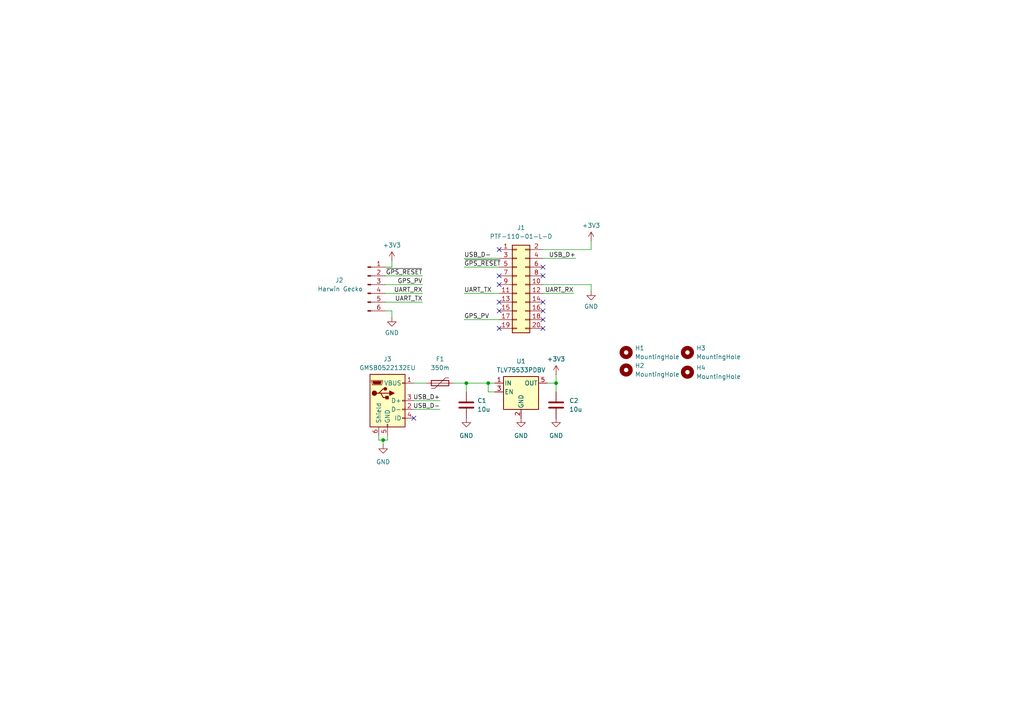
<source format=kicad_sch>
(kicad_sch (version 20231120) (generator "eeschema") (generator_version "8.0")
  (paper "A4")
  (title_block (title "Novatel GNSS Reciever Breakout Board") (date "2025-05-13") (rev "v0") (company "Waterloo Rocketry"))
  (lib_symbols
    (symbol "Connector:Conn_01x06_Pin" (pin_names (offset 1.016) hide)
      (property "Reference" "J" (at 0 7.62 0))
      (property "Value" "Conn_01x06_Pin" (at 0 -10.16 0))
      (symbol "Conn_01x06_Pin_1_1"
        (polyline (pts (xy 1.27 -7.62) (xy 0.8636 -7.62)) (stroke (width 0.1524)))
        (polyline (pts (xy 1.27 -5.08) (xy 0.8636 -5.08)) (stroke (width 0.1524)))
        (polyline (pts (xy 1.27 -2.54) (xy 0.8636 -2.54)) (stroke (width 0.1524)))
        (polyline (pts (xy 1.27 0) (xy 0.8636 0)) (stroke (width 0.1524)))
        (polyline (pts (xy 1.27 2.54) (xy 0.8636 2.54)) (stroke (width 0.1524)))
        (polyline (pts (xy 1.27 5.08) (xy 0.8636 5.08)) (stroke (width 0.1524)))
        (rectangle (start 0.8636 -7.493) (end 0 -7.747) (stroke (width 0.1524)) (fill (type outline)))
        (rectangle (start 0.8636 -4.953) (end 0 -5.207) (stroke (width 0.1524)) (fill (type outline)))
        (rectangle (start 0.8636 -2.413) (end 0 -2.667) (stroke (width 0.1524)) (fill (type outline)))
        (rectangle (start 0.8636 0.127) (end 0 -0.127) (stroke (width 0.1524)) (fill (type outline)))
        (rectangle (start 0.8636 2.667) (end 0 2.413) (stroke (width 0.1524)) (fill (type outline)))
        (rectangle (start 0.8636 5.207) (end 0 4.953) (stroke (width 0.1524)) (fill (type outline)))
        (pin passive line (at 5.08 5.08 180) (length 3.81) (name "Pin_1") (number "1"))
        (pin passive line (at 5.08 2.54 180) (length 3.81) (name "Pin_2") (number "2"))
        (pin passive line (at 5.08 0 180) (length 3.81) (name "Pin_3") (number "3"))
        (pin passive line (at 5.08 -2.54 180) (length 3.81) (name "Pin_4") (number "4"))
        (pin passive line (at 5.08 -5.08 180) (length 3.81) (name "Pin_5") (number "5"))
        (pin passive line (at 5.08 -7.62 180) (length 3.81) (name "Pin_6") (number "6"))
      )
    )
    (symbol "Connector:USB_B_Micro" (pin_names (offset 1.016))
      (property "Reference" "J" (at -5.08 11.43 0))
      (property "Value" "USB_B_Micro" (at -5.08 8.89 0))
      (symbol "USB_B_Micro_0_1"
        (rectangle (start -5.08 -7.62) (end 5.08 7.62) (stroke (width 0.254)) (fill (type background)))
        (circle (center -3.81 2.159) (radius 0.635) (stroke (width 0.254)) (fill (type outline)))
        (circle (center -0.635 3.429) (radius 0.381) (stroke (width 0.254)) (fill (type outline)))
        (rectangle (start -0.127 -7.62) (end 0.127 -6.858))
        (polyline (pts (xy -1.905 2.159) (xy 0.635 2.159)) (stroke (width 0.254)))
        (polyline (pts (xy -3.175 2.159) (xy -2.54 2.159) (xy -1.27 3.429) (xy -0.635 3.429)) (stroke (width 0.254)))
        (polyline (pts (xy -2.54 2.159) (xy -1.905 2.159) (xy -1.27 0.889) (xy 0 0.889)) (stroke (width 0.254)))
        (polyline (pts (xy 0.635 2.794) (xy 0.635 1.524) (xy 1.905 2.159) (xy 0.635 2.794)) (stroke (width 0.254)) (fill (type outline)))
        (polyline (pts (xy -4.318 5.588) (xy -1.778 5.588) (xy -2.032 4.826) (xy -4.064 4.826) (xy -4.318 5.588)) (fill (type outline)))
        (polyline (pts (xy -4.699 5.842) (xy -4.699 5.588) (xy -4.445 4.826) (xy -4.445 4.572) (xy -1.651 4.572) (xy -1.651 4.826) (xy -1.397 5.588) (xy -1.397 5.842) (xy -4.699 5.842)))
        (rectangle (start 0.254 1.27) (end -0.508 0.508) (stroke (width 0.254)) (fill (type outline)))
        (rectangle (start 5.08 -5.207) (end 4.318 -4.953))
        (rectangle (start 5.08 -2.667) (end 4.318 -2.413))
        (rectangle (start 5.08 -0.127) (end 4.318 0.127))
        (rectangle (start 5.08 4.953) (end 4.318 5.207))
      )
      (symbol "USB_B_Micro_1_1"
        (pin power_out line (at 7.62 5.08 180) (length 2.54) (name "VBUS") (number "1"))
        (pin bidirectional line (at 7.62 -2.54 180) (length 2.54) (name "D-") (number "2"))
        (pin bidirectional line (at 7.62 0 180) (length 2.54) (name "D+") (number "3"))
        (pin passive line (at 7.62 -5.08 180) (length 2.54) (name "ID") (number "4"))
        (pin power_out line (at 0 -10.16 90) (length 2.54) (name "GND") (number "5"))
        (pin passive line (at -2.54 -10.16 90) (length 2.54) (name "Shield") (number "6"))
      )
    )
    (symbol "Connector_Generic:Conn_02x10_Odd_Even" (pin_names (offset 1.016) hide)
      (property "Reference" "J" (at 1.27 12.7 0))
      (property "Value" "Conn_02x10_Odd_Even" (at 1.27 -15.24 0))
      (symbol "Conn_02x10_Odd_Even_1_1"
        (rectangle (start -1.27 -12.573) (end 0 -12.827) (stroke (width 0.1524)))
        (rectangle (start -1.27 -10.033) (end 0 -10.287) (stroke (width 0.1524)))
        (rectangle (start -1.27 -7.493) (end 0 -7.747) (stroke (width 0.1524)))
        (rectangle (start -1.27 -4.953) (end 0 -5.207) (stroke (width 0.1524)))
        (rectangle (start -1.27 -2.413) (end 0 -2.667) (stroke (width 0.1524)))
        (rectangle (start -1.27 0.127) (end 0 -0.127) (stroke (width 0.1524)))
        (rectangle (start -1.27 2.667) (end 0 2.413) (stroke (width 0.1524)))
        (rectangle (start -1.27 5.207) (end 0 4.953) (stroke (width 0.1524)))
        (rectangle (start -1.27 7.747) (end 0 7.493) (stroke (width 0.1524)))
        (rectangle (start -1.27 10.287) (end 0 10.033) (stroke (width 0.1524)))
        (rectangle (start -1.27 11.43) (end 3.81 -13.97) (stroke (width 0.254)) (fill (type background)))
        (rectangle (start 3.81 -12.573) (end 2.54 -12.827) (stroke (width 0.1524)))
        (rectangle (start 3.81 -10.033) (end 2.54 -10.287) (stroke (width 0.1524)))
        (rectangle (start 3.81 -7.493) (end 2.54 -7.747) (stroke (width 0.1524)))
        (rectangle (start 3.81 -4.953) (end 2.54 -5.207) (stroke (width 0.1524)))
        (rectangle (start 3.81 -2.413) (end 2.54 -2.667) (stroke (width 0.1524)))
        (rectangle (start 3.81 0.127) (end 2.54 -0.127) (stroke (width 0.1524)))
        (rectangle (start 3.81 2.667) (end 2.54 2.413) (stroke (width 0.1524)))
        (rectangle (start 3.81 5.207) (end 2.54 4.953) (stroke (width 0.1524)))
        (rectangle (start 3.81 7.747) (end 2.54 7.493) (stroke (width 0.1524)))
        (rectangle (start 3.81 10.287) (end 2.54 10.033) (stroke (width 0.1524)))
        (pin passive line (at -5.08 10.16 0) (length 3.81) (name "Pin_1") (number "1"))
        (pin passive line (at 7.62 0 180) (length 3.81) (name "Pin_10") (number "10"))
        (pin passive line (at -5.08 -2.54 0) (length 3.81) (name "Pin_11") (number "11"))
        (pin passive line (at 7.62 -2.54 180) (length 3.81) (name "Pin_12") (number "12"))
        (pin passive line (at -5.08 -5.08 0) (length 3.81) (name "Pin_13") (number "13"))
        (pin passive line (at 7.62 -5.08 180) (length 3.81) (name "Pin_14") (number "14"))
        (pin passive line (at -5.08 -7.62 0) (length 3.81) (name "Pin_15") (number "15"))
        (pin passive line (at 7.62 -7.62 180) (length 3.81) (name "Pin_16") (number "16"))
        (pin passive line (at -5.08 -10.16 0) (length 3.81) (name "Pin_17") (number "17"))
        (pin passive line (at 7.62 -10.16 180) (length 3.81) (name "Pin_18") (number "18"))
        (pin passive line (at -5.08 -12.7 0) (length 3.81) (name "Pin_19") (number "19"))
        (pin passive line (at 7.62 10.16 180) (length 3.81) (name "Pin_2") (number "2"))
        (pin passive line (at 7.62 -12.7 180) (length 3.81) (name "Pin_20") (number "20"))
        (pin passive line (at -5.08 7.62 0) (length 3.81) (name "Pin_3") (number "3"))
        (pin passive line (at 7.62 7.62 180) (length 3.81) (name "Pin_4") (number "4"))
        (pin passive line (at -5.08 5.08 0) (length 3.81) (name "Pin_5") (number "5"))
        (pin passive line (at 7.62 5.08 180) (length 3.81) (name "Pin_6") (number "6"))
        (pin passive line (at -5.08 2.54 0) (length 3.81) (name "Pin_7") (number "7"))
        (pin passive line (at 7.62 2.54 180) (length 3.81) (name "Pin_8") (number "8"))
        (pin passive line (at -5.08 0 0) (length 3.81) (name "Pin_9") (number "9"))
      )
    )
    (symbol "Device:C" (pin_numbers hide) (pin_names (offset 0.254))
      (property "Reference" "C" (at 0.635 2.54 0))
      (property "Value" "C" (at 0.635 -2.54 0))
      (symbol "C_0_1"
        (polyline (pts (xy -2.032 -0.762) (xy 2.032 -0.762)) (stroke (width 0.508)))
        (polyline (pts (xy -2.032 0.762) (xy 2.032 0.762)) (stroke (width 0.508)))
      )
      (symbol "C_1_1"
        (pin passive line (at 0 3.81 270) (length 2.794) (name "~") (number "1"))
        (pin passive line (at 0 -3.81 90) (length 2.794) (name "~") (number "2"))
      )
    )
    (symbol "Device:Polyfuse" (pin_numbers hide) (pin_names (offset 0))
      (property "Reference" "F" (at -2.54 0 90))
      (property "Value" "Polyfuse" (at 2.54 0 90))
      (symbol "Polyfuse_0_1"
        (rectangle (start -0.762 2.54) (end 0.762 -2.54) (stroke (width 0.254)))
        (polyline (pts (xy 0 2.54) (xy 0 -2.54)))
        (polyline (pts (xy -1.524 2.54) (xy -1.524 1.524) (xy 1.524 -1.524) (xy 1.524 -2.54)))
      )
      (symbol "Polyfuse_1_1"
        (pin passive line (at 0 3.81 270) (length 1.27) (name "~") (number "1"))
        (pin passive line (at 0 -3.81 90) (length 1.27) (name "~") (number "2"))
      )
    )
    (symbol "Mechanical:MountingHole" (pin_names (offset 1.016)) (exclude_from_sim yes) (in_bom no)
      (property "Reference" "H" (at 0 5.08 0))
      (property "Value" "MountingHole" (at 0 3.175 0))
      (symbol "MountingHole_0_1"
        (circle (center 0 0) (radius 1.27) (stroke (width 1.27)))
      )
    )
    (symbol "Regulator_Linear:TLV75533PDBV" (pin_names (offset 0.254))
      (property "Reference" "U" (at -3.81 5.715 0))
      (property "Value" "TLV75533PDBV" (at 0 5.715 0))
      (symbol "TLV75533PDBV_0_1"
        (rectangle (start -5.08 4.445) (end 5.08 -5.08) (stroke (width 0.254)) (fill (type background)))
      )
      (symbol "TLV75533PDBV_1_1"
        (pin power_in line (at -7.62 2.54 0) (length 2.54) (name "IN") (number "1"))
        (pin power_in line (at 0 -7.62 90) (length 2.54) (name "GND") (number "2"))
        (pin input line (at -7.62 0 0) (length 2.54) (name "EN") (number "3"))
        (pin no_connect line (at 5.08 0 180) (length 2.54) hide (name "NC") (number "4"))
        (pin power_out line (at 7.62 2.54 180) (length 2.54) (name "OUT") (number "5"))
      )
    )
    (symbol "power:+3V3" (power) (pin_numbers hide) (pin_names (offset 0) hide)
      (property "Value" "+3V3" (at 0 3.556 0))
      (symbol "+3V3_0_1"
        (polyline (pts (xy -0.762 1.27) (xy 0 2.54)))
        (polyline (pts (xy 0 0) (xy 0 2.54)))
        (polyline (pts (xy 0 2.54) (xy 0.762 1.27)))
      )
      (symbol "+3V3_1_1"
        (pin power_in line (at 0 0 90) (length 0) (name "~") (number "1"))
      )
    )
    (symbol "power:GND" (power) (pin_numbers hide) (pin_names (offset 0) hide)
      (property "Value" "GND" (at 0 -3.81 0))
      (symbol "GND_0_1"
        (polyline (pts (xy 0 0) (xy 0 -1.27) (xy 1.27 -1.27) (xy 0 -2.54) (xy -1.27 -1.27) (xy 0 -1.27)))
      )
      (symbol "GND_1_1"
        (pin power_in line (at 0 0 270) (length 0) (name "~") (number "1"))
      )
    )
  )
  (junction (at 161.29 111.125))
  (junction (at 135.255 111.125))
  (junction (at 141.605 111.125))
  (junction (at 111.125 127.635))
  (no_connect (at 157.48 90.17))
  (no_connect (at 144.78 80.01))
  (no_connect (at 157.48 87.63))
  (no_connect (at 120.015 121.285))
  (no_connect (at 157.48 92.71))
  (no_connect (at 144.78 82.55))
  (no_connect (at 157.48 80.01))
  (no_connect (at 144.78 87.63))
  (no_connect (at 144.78 95.25))
  (no_connect (at 157.48 95.25))
  (no_connect (at 144.78 72.39))
  (no_connect (at 144.78 90.17))
  (no_connect (at 157.48 77.47))
  (wire (pts (xy 161.29 111.125) (xy 158.75 111.125)))
  (wire (pts (xy 122.555 80.01) (xy 111.76 80.01)))
  (wire (pts (xy 134.62 77.47) (xy 144.78 77.47)))
  (wire (pts (xy 122.555 82.55) (xy 111.76 82.55)))
  (wire (pts (xy 135.255 111.125) (xy 135.255 113.665)))
  (wire (pts (xy 134.62 92.71) (xy 144.78 92.71)))
  (wire (pts (xy 113.665 90.17) (xy 113.665 92.075)))
  (wire (pts (xy 135.255 111.125) (xy 141.605 111.125)))
  (wire (pts (xy 157.48 82.55) (xy 171.45 82.55)))
  (wire (pts (xy 143.51 113.665) (xy 141.605 113.665)))
  (wire (pts (xy 157.48 74.93) (xy 167.005 74.93)))
  (wire (pts (xy 112.395 127.635) (xy 111.125 127.635)))
  (wire (pts (xy 109.855 127.635) (xy 111.125 127.635)))
  (wire (pts (xy 120.015 118.745) (xy 127.635 118.745)))
  (wire (pts (xy 141.605 111.125) (xy 143.51 111.125)))
  (wire (pts (xy 111.125 127.635) (xy 111.125 128.905)))
  (wire (pts (xy 113.665 75.565) (xy 113.665 77.47)))
  (wire (pts (xy 161.29 108.585) (xy 161.29 111.125)))
  (wire (pts (xy 120.015 116.205) (xy 127.635 116.205)))
  (wire (pts (xy 134.62 85.09) (xy 144.78 85.09)))
  (wire (pts (xy 112.395 126.365) (xy 112.395 127.635)))
  (wire (pts (xy 134.62 74.93) (xy 144.78 74.93)))
  (wire (pts (xy 120.015 111.125) (xy 123.825 111.125)))
  (wire (pts (xy 171.45 72.39) (xy 157.48 72.39)))
  (wire (pts (xy 113.665 77.47) (xy 111.76 77.47)))
  (wire (pts (xy 171.45 82.55) (xy 171.45 84.455)))
  (wire (pts (xy 171.45 69.85) (xy 171.45 72.39)))
  (wire (pts (xy 157.48 85.09) (xy 166.37 85.09)))
  (wire (pts (xy 122.555 85.09) (xy 111.76 85.09)))
  (wire (pts (xy 122.555 87.63) (xy 111.76 87.63)))
  (wire (pts (xy 131.445 111.125) (xy 135.255 111.125)))
  (wire (pts (xy 161.29 111.125) (xy 161.29 113.665)))
  (wire (pts (xy 111.76 90.17) (xy 113.665 90.17)))
  (wire (pts (xy 109.855 126.365) (xy 109.855 127.635)))
  (wire (pts (xy 141.605 113.665) (xy 141.605 111.125)))
  (label "UART_TX" (at 134.62 85.09 0))
  (label "USB_D-" (at 134.62 74.93 0))
  (label "UART_TX" (at 122.555 87.63 180))
  (label "~{GPS_RESET}" (at 122.555 80.01 180))
  (label "GPS_PV" (at 134.62 92.71 0))
  (label "UART_RX" (at 122.555 85.09 180))
  (label "GPS_PV" (at 122.555 82.55 180))
  (label "USB_D+" (at 167.005 74.93 180))
  (label "~{GPS_RESET}" (at 134.62 77.47 0))
  (label "USB_D+" (at 127.635 116.205 180))
  (label "UART_RX" (at 166.37 85.09 180))
  (label "USB_D-" (at 127.635 118.745 180))
  (symbol (lib_id "power:GND") (at 135.255 121.285 0) (unit 1)
    (property "Reference" "#PWR8" (effects (hide yes)))
    (property "Value" "GND" (at 135.255 126.365 0))
    (property "Description" "Power symbol creates a global label with name \"GND\" , ground" (effects (hide yes)))
  )
  (symbol (lib_id "power:+3V3") (at 161.29 108.585 0) (unit 1)
    (property "Reference" "#PWR5" (effects (hide yes)))
    (property "Value" "+3V3" (at 161.29 104.14 0))
    (property "Description" "Power symbol creates a global label with name \"+3V3\"" (effects (hide yes)))
  )
  (symbol (lib_id "Device:C") (at 161.29 117.475 0) (unit 1)
    (property "Reference" "C2" (at 165.1 116.2049 0) (effects (justify left)))
    (property "Value" "10u" (at 165.1 118.7449 0) (effects (justify left)))
    (property "Footprint" "Capacitor_SMD:C_0805_2012Metric_Pad1.18x1.45mm_HandSolder" (effects (hide yes)))
    (property "Description" "Unpolarized capacitor" (effects (hide yes)))
  )
  (symbol (lib_id "power:GND") (at 111.125 128.905 0) (unit 1)
    (property "Reference" "#PWR6" (effects (hide yes)))
    (property "Value" "GND" (at 111.125 133.985 0))
    (property "Description" "Power symbol creates a global label with name \"GND\" , ground" (effects (hide yes)))
  )
  (symbol (lib_id "Mechanical:MountingHole") (at 181.61 107.315 0) (unit 1) (exclude_from_sim yes) (in_bom no)
    (property "Reference" "H2" (at 184.15 106.0449 0) (effects (justify left)))
    (property "Value" "MountingHole" (at 184.15 108.5849 0) (effects (justify left)))
    (property "Footprint" "novatel_breakout:4-40" (effects (hide yes)))
    (property "Description" "Mounting Hole without connection" (effects (hide yes)))
  )
  (symbol (lib_id "Mechanical:MountingHole") (at 181.61 102.235 0) (unit 1) (exclude_from_sim yes) (in_bom no)
    (property "Reference" "H1" (at 184.15 100.9649 0) (effects (justify left)))
    (property "Value" "MountingHole" (at 184.15 103.5049 0) (effects (justify left)))
    (property "Footprint" "novatel_breakout:4-40" (effects (hide yes)))
    (property "Description" "Mounting Hole without connection" (effects (hide yes)))
  )
  (symbol (lib_id "power:+3V3") (at 113.665 75.565 0) (unit 1)
    (property "Reference" "#PWR1" (effects (hide yes)))
    (property "Value" "+3V3" (at 113.665 71.12 0))
    (property "Description" "Power symbol creates a global label with name \"+3V3\"" (effects (hide yes)))
  )
  (symbol (lib_id "Connector:Conn_01x06_Pin") (at 106.68 82.55 0) (unit 1)
    (property "Reference" "J2" (at 98.425 81.28 0))
    (property "Value" "Harwin Gecko" (at 98.679 83.82 0))
    (property "Footprint" "canhw_footprints:connector_Harwin_G125–MG10605M4P" (effects (hide yes)))
    (property "Description" "Generic connector, single row, 01x06, script generated" (effects (hide yes)))
  )
  (symbol (lib_id "Device:C") (at 135.255 117.475 0) (unit 1)
    (property "Reference" "C1" (at 138.43 116.2049 0) (effects (justify left)))
    (property "Value" "10u" (at 138.43 118.7449 0) (effects (justify left)))
    (property "Footprint" "Capacitor_SMD:C_0805_2012Metric_Pad1.18x1.45mm_HandSolder" (effects (hide yes)))
    (property "Description" "Unpolarized capacitor" (effects (hide yes)))
  )
  (symbol (lib_id "power:GND") (at 171.45 84.455 0) (unit 1)
    (property "Reference" "#PWR4" (effects (hide yes)))
    (property "Value" "GND" (at 171.45 88.9 0))
    (property "Description" "Power symbol creates a global label with name \"GND\" , ground" (effects (hide yes)))
  )
  (symbol (lib_id "power:GND") (at 113.665 92.075 0) (unit 1)
    (property "Reference" "#PWR2" (effects (hide yes)))
    (property "Value" "GND" (at 113.665 96.52 0))
    (property "Description" "Power symbol creates a global label with name \"GND\" , ground" (effects (hide yes)))
  )
  (symbol (lib_id "power:GND") (at 161.29 121.285 0) (unit 1)
    (property "Reference" "#PWR9" (effects (hide yes)))
    (property "Value" "GND" (at 161.29 126.365 0))
    (property "Description" "Power symbol creates a global label with name \"GND\" , ground" (effects (hide yes)))
  )
  (symbol (lib_id "Connector_Generic:Conn_02x10_Odd_Even") (at 149.86 82.55 0) (unit 1)
    (property "Reference" "J1" (at 151.13 66.04 0))
    (property "Value" "PTF-110-01-L-D" (at 151.13 68.58 0))
    (property "Footprint" "novatel_breakout:PTF11001LD" (effects (hide yes)))
    (property "Description" "Generic connector, double row, 02x10, odd/even pin numbering scheme (row 1 odd numbers, row 2 even numbers), script generated (kicad-library-utils/schlib/autogen/connector/)" (effects (hide yes)))
  )
  (symbol (lib_id "Mechanical:MountingHole") (at 199.39 102.235 0) (unit 1) (exclude_from_sim yes) (in_bom no)
    (property "Reference" "H3" (at 201.93 100.9649 0) (effects (justify left)))
    (property "Value" "MountingHole" (at 201.93 103.5049 0) (effects (justify left)))
    (property "Footprint" "novatel_breakout:4-40" (effects (hide yes)))
    (property "Description" "Mounting Hole without connection" (effects (hide yes)))
  )
  (symbol (lib_id "power:GND") (at 151.13 121.285 0) (unit 1)
    (property "Reference" "#PWR7" (effects (hide yes)))
    (property "Value" "GND" (at 151.13 126.365 0))
    (property "Description" "Power symbol creates a global label with name \"GND\" , ground" (effects (hide yes)))
  )
  (symbol (lib_id "Regulator_Linear:TLV75533PDBV") (at 151.13 113.665 0) (unit 1)
    (property "Reference" "U1" (at 151.13 104.775 0))
    (property "Value" "TLV75533PDBV" (at 151.13 107.315 0))
    (property "Footprint" "Package_TO_SOT_SMD:SOT-23-5_HandSoldering" (effects (hide yes)))
    (property "Datasheet" "http://www.ti.com/lit/ds/symlink/tlv755p.pdf" (effects (hide yes)))
    (property "Description" "500mA Low Dropout Voltage Regulator, Fixed Output 3.3V, SOT-23-5" (effects (hide yes)))
  )
  (symbol (lib_id "power:+3V3") (at 171.45 69.85 0) (unit 1)
    (property "Reference" "#PWR3" (effects (hide yes)))
    (property "Value" "+3V3" (at 171.45 65.405 0))
    (property "Description" "Power symbol creates a global label with name \"+3V3\"" (effects (hide yes)))
  )
  (symbol (lib_id "Connector:USB_B_Micro") (at 112.395 116.205 0) (unit 1)
    (property "Reference" "J3" (at 112.395 104.14 0))
    (property "Value" "GMSB0522132EU" (at 112.395 106.68 0))
    (property "Footprint" "novatel_breakout:AMPHENOL_GMSB0522132EU" (effects (hide yes)))
    (property "Description" "USB Micro Type B connector" (effects (hide yes)))
  )
  (symbol (lib_id "Device:Polyfuse") (at 127.635 111.125 90) (unit 1)
    (property "Reference" "F1" (at 127.635 104.14 90))
    (property "Value" "350m" (at 127.635 106.68 90))
    (property "Footprint" "Fuse:Fuse_1206_3216Metric_Pad1.42x1.75mm_HandSolder" (effects (hide yes)))
    (property "Description" "Resettable fuse, polymeric positive temperature coefficient" (effects (hide yes)))
  )
  (symbol (lib_id "Mechanical:MountingHole") (at 199.39 107.95 0) (unit 1) (exclude_from_sim yes) (in_bom no)
    (property "Reference" "H4" (at 201.93 106.6799 0) (effects (justify left)))
    (property "Value" "MountingHole" (at 201.93 109.2199 0) (effects (justify left)))
    (property "Footprint" "novatel_breakout:4-40" (effects (hide yes)))
    (property "Description" "Mounting Hole without connection" (effects (hide yes)))
  )
)
</source>
